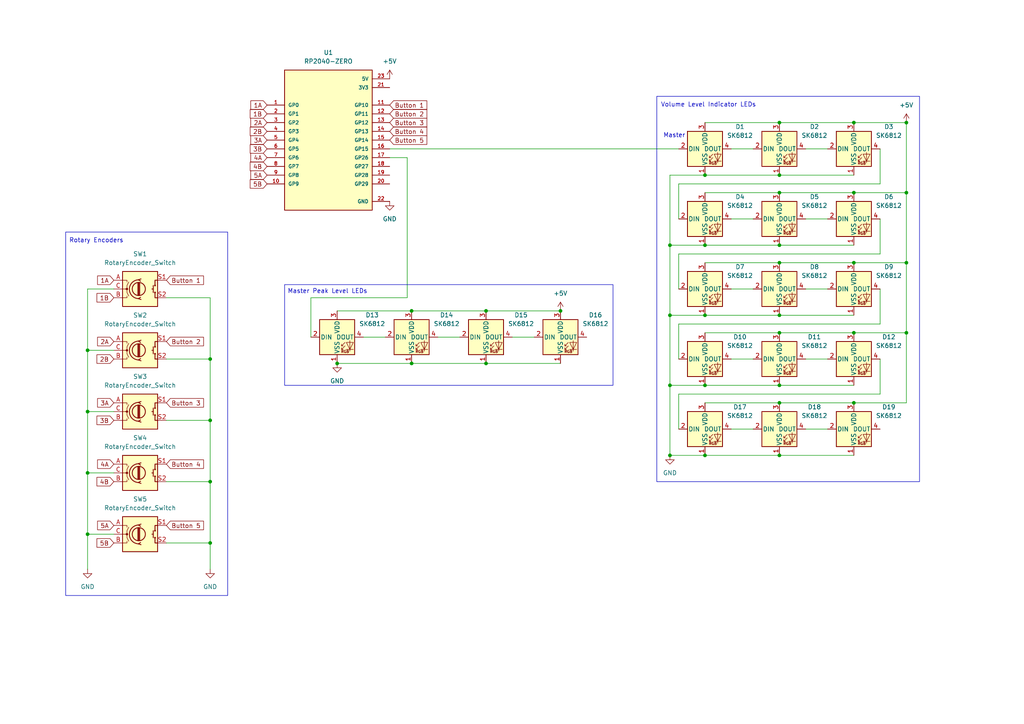
<source format=kicad_sch>
(kicad_sch (version 20250114) (generator "eeschema") (generator_version "9.0")
  (paper "A4")
  (lib_symbols
    (symbol "Device:RotaryEncoder_Switch" (pin_names (offset 0.254) (hide yes))
      (property "Reference" "SW" (at 0 6.604 0))
      (property "Value" "RotaryEncoder_Switch" (at 0 -6.604 0))
      (symbol "RotaryEncoder_Switch_0_1"
        (rectangle (start -5.08 5.08) (end 5.08 -5.08) (stroke (width 0.254)) (fill (type background)))
        (polyline (pts (xy -5.08 2.54) (xy -3.81 2.54) (xy -3.81 2.032)))
        (polyline (pts (xy -5.08 0) (xy -3.81 0) (xy -3.81 -1.016) (xy -3.302 -2.032)))
        (polyline (pts (xy -5.08 -2.54) (xy -3.81 -2.54) (xy -3.81 -2.032)))
        (polyline (pts (xy -4.318 0) (xy -3.81 0) (xy -3.81 1.016) (xy -3.302 2.032)))
        (circle (center -3.81 0) (radius 0.254) (fill (type outline)))
        (polyline (pts (xy -0.635 -1.778) (xy -0.635 1.778)) (stroke (width 0.254)))
        (circle (center -0.381 0) (radius 1.905) (stroke (width 0.254)))
        (polyline (pts (xy -0.381 -1.778) (xy -0.381 1.778)) (stroke (width 0.254)))
        (arc (start -0.381 -2.794) (mid -3.0988 -0.0635) (end -0.381 2.667) (stroke (width 0.254)))
        (polyline (pts (xy -0.127 1.778) (xy -0.127 -1.778)) (stroke (width 0.254)))
        (polyline (pts (xy 0.254 2.921) (xy -0.508 2.667) (xy 0.127 2.286)) (stroke (width 0.254)))
        (polyline (pts (xy 0.254 -3.048) (xy -0.508 -2.794) (xy 0.127 -2.413)) (stroke (width 0.254)))
        (polyline (pts (xy 3.81 1.016) (xy 3.81 -1.016)) (stroke (width 0.254)))
        (polyline (pts (xy 3.81 0) (xy 3.429 0)) (stroke (width 0.254)))
        (circle (center 4.318 1.016) (radius 0.127) (stroke (width 0.254)))
        (circle (center 4.318 -1.016) (radius 0.127) (stroke (width 0.254)))
        (polyline (pts (xy 5.08 2.54) (xy 4.318 2.54) (xy 4.318 1.016)) (stroke (width 0.254)))
        (polyline (pts (xy 5.08 -2.54) (xy 4.318 -2.54) (xy 4.318 -1.016)) (stroke (width 0.254)))
      )
      (symbol "RotaryEncoder_Switch_1_1"
        (pin passive line (at -7.62 2.54 0) (length 2.54) (name "A") (number "A"))
        (pin passive line (at -7.62 0 0) (length 2.54) (name "C") (number "C"))
        (pin passive line (at -7.62 -2.54 0) (length 2.54) (name "B") (number "B"))
        (pin passive line (at 7.62 2.54 180) (length 2.54) (name "S1") (number "S1"))
        (pin passive line (at 7.62 -2.54 180) (length 2.54) (name "S2") (number "S2"))
      )
    )
    (symbol "LED:SK6812" (pin_names (offset 0.254))
      (property "Reference" "D" (at 5.08 5.715 0))
      (property "Value" "SK6812" (at 1.27 -5.715 0))
      (symbol "SK6812_0_0"
        (text "RGB" (at 2.286 -4.191 0) (effects (font (size 0.762 0.762))))
      )
      (symbol "SK6812_0_1"
        (polyline (pts (xy 1.27 -2.54) (xy 1.778 -2.54)))
        (polyline (pts (xy 1.27 -3.556) (xy 1.778 -3.556)))
        (polyline (pts (xy 2.286 -1.524) (xy 1.27 -2.54) (xy 1.27 -2.032)))
        (polyline (pts (xy 2.286 -2.54) (xy 1.27 -3.556) (xy 1.27 -3.048)))
        (polyline (pts (xy 3.683 -1.016) (xy 3.683 -3.556) (xy 3.683 -4.064)))
        (polyline (pts (xy 4.699 -1.524) (xy 2.667 -1.524) (xy 3.683 -3.556) (xy 4.699 -1.524)))
        (polyline (pts (xy 4.699 -3.556) (xy 2.667 -3.556)))
        (rectangle (start 5.08 5.08) (end -5.08 -5.08) (stroke (width 0.254)) (fill (type background)))
      )
      (symbol "SK6812_1_1"
        (pin input line (at -7.62 0 0) (length 2.54) (name "DIN") (number "2"))
        (pin power_in line (at 0 7.62 270) (length 2.54) (name "VDD") (number "3"))
        (pin power_in line (at 0 -7.62 90) (length 2.54) (name "VSS") (number "1"))
        (pin output line (at 7.62 0 180) (length 2.54) (name "DOUT") (number "4"))
      )
    )
    (symbol "RP2040-ZERO:RP2040-ZERO" (pin_names (offset 1.016))
      (property "Reference" "U" (at -12.7 21.082 0))
      (property "Value" "RP2040-ZERO" (at -12.7 -22.86 0))
      (symbol "RP2040-ZERO_0_0"
        (rectangle (start -12.7 -20.32) (end 12.7 20.32) (stroke (width 0.254)) (fill (type background)))
        (pin bidirectional line (at -17.78 10.16 0) (length 5.08) (name "GP0") (number "1"))
        (pin bidirectional line (at -17.78 7.62 0) (length 5.08) (name "GP1") (number "2"))
        (pin bidirectional line (at -17.78 5.08 0) (length 5.08) (name "GP2") (number "3"))
        (pin bidirectional line (at -17.78 2.54 0) (length 5.08) (name "GP3") (number "4"))
        (pin bidirectional line (at -17.78 0 0) (length 5.08) (name "GP4") (number "5"))
        (pin bidirectional line (at -17.78 -2.54 0) (length 5.08) (name "GP5") (number "6"))
        (pin bidirectional line (at -17.78 -5.08 0) (length 5.08) (name "GP6") (number "7"))
        (pin bidirectional line (at -17.78 -7.62 0) (length 5.08) (name "GP7") (number "8"))
        (pin bidirectional line (at -17.78 -10.16 0) (length 5.08) (name "GP8") (number "9"))
        (pin bidirectional line (at -17.78 -12.7 0) (length 5.08) (name "GP9") (number "10"))
        (pin power_in line (at 17.78 17.78 180) (length 5.08) (name "5V") (number "23"))
        (pin power_in line (at 17.78 15.24 180) (length 5.08) (name "3V3") (number "21"))
        (pin bidirectional line (at 17.78 10.16 180) (length 5.08) (name "GP10") (number "11"))
        (pin bidirectional line (at 17.78 7.62 180) (length 5.08) (name "GP11") (number "12"))
        (pin bidirectional line (at 17.78 5.08 180) (length 5.08) (name "GP12") (number "13"))
        (pin bidirectional line (at 17.78 2.54 180) (length 5.08) (name "GP13") (number "14"))
        (pin bidirectional line (at 17.78 0 180) (length 5.08) (name "GP14") (number "15"))
        (pin bidirectional line (at 17.78 -2.54 180) (length 5.08) (name "GP15") (number "16"))
        (pin bidirectional line (at 17.78 -5.08 180) (length 5.08) (name "GP26") (number "17"))
        (pin bidirectional line (at 17.78 -7.62 180) (length 5.08) (name "GP27") (number "18"))
        (pin bidirectional line (at 17.78 -10.16 180) (length 5.08) (name "GP28") (number "19"))
        (pin bidirectional line (at 17.78 -12.7 180) (length 5.08) (name "GP29") (number "20"))
        (pin power_in line (at 17.78 -17.78 180) (length 5.08) (name "GND") (number "22"))
      )
    )
    (symbol "power:+5V" (power) (pin_numbers (hide yes)) (pin_names (offset 0) (hide yes))
      (property "Value" "+5V" (at 0 3.556 0))
      (symbol "+5V_0_1"
        (polyline (pts (xy -0.762 1.27) (xy 0 2.54)))
        (polyline (pts (xy 0 2.54) (xy 0.762 1.27)))
        (polyline (pts (xy 0 0) (xy 0 2.54)))
      )
      (symbol "+5V_1_1"
        (pin power_in line (at 0 0 90) (length 0) (name "~") (number "1"))
      )
    )
    (symbol "power:GND" (power) (pin_numbers (hide yes)) (pin_names (offset 0) (hide yes))
      (property "Value" "GND" (at 0 -3.81 0))
      (symbol "GND_0_1"
        (polyline (pts (xy 0 0) (xy 0 -1.27) (xy 1.27 -1.27) (xy 0 -2.54) (xy -1.27 -1.27) (xy 0 -1.27)))
      )
      (symbol "GND_1_1"
        (pin power_in line (at 0 0 270) (length 0) (name "~") (number "1"))
      )
    )
  )
  (rectangle (start 82.55 82.55) (end 177.8 111.76))
  (rectangle (start 190.5 27.94) (end 266.7 139.7))
  (rectangle (start 19.05 67.31) (end 66.04 172.72))
  (text "Master Peak Level LEDs" (at 94.996 84.582 0) (effects (font (size 1.27 1.27))))
  (text "Rotary Encoders" (at 27.94 69.85 0) (effects (font (size 1.27 1.27))))
  (text "Volume Level Indicator LEDs" (at 205.486 30.48 0) (effects (font (size 1.27 1.27))))
  (text "Master" (at 195.58 39.37 0) (effects (font (size 1.27 1.27))))
  (junction (at 226.06 35.56))
  (junction (at 25.4 154.94))
  (junction (at 262.89 55.88))
  (junction (at 25.4 137.16))
  (junction (at 97.79 105.41))
  (junction (at 60.96 104.14))
  (junction (at 204.47 111.76))
  (junction (at 194.31 111.76))
  (junction (at 226.06 111.76))
  (junction (at 204.47 71.12))
  (junction (at 60.96 157.48))
  (junction (at 119.38 105.41))
  (junction (at 262.89 76.2))
  (junction (at 226.06 96.52))
  (junction (at 119.38 90.17))
  (junction (at 204.47 132.08))
  (junction (at 226.06 71.12))
  (junction (at 226.06 55.88))
  (junction (at 60.96 139.7))
  (junction (at 194.31 132.08))
  (junction (at 140.97 105.41))
  (junction (at 226.06 91.44))
  (junction (at 226.06 76.2))
  (junction (at 194.31 71.12))
  (junction (at 140.97 90.17))
  (junction (at 247.65 76.2))
  (junction (at 204.47 91.44))
  (junction (at 247.65 35.56))
  (junction (at 226.06 116.84))
  (junction (at 262.89 96.52))
  (junction (at 194.31 91.44))
  (junction (at 25.4 119.38))
  (junction (at 204.47 50.8))
  (junction (at 162.56 90.17))
  (junction (at 60.96 121.92))
  (junction (at 262.89 35.56))
  (junction (at 226.06 50.8))
  (junction (at 25.4 101.6))
  (junction (at 226.06 132.08))
  (junction (at 247.65 55.88))
  (junction (at 247.65 96.52))
  (junction (at 247.65 116.84))
  (wire (pts (xy 204.47 55.88) (xy 226.06 55.88)))
  (wire (pts (xy 97.79 105.41) (xy 119.38 105.41)))
  (wire (pts (xy 247.65 35.56) (xy 262.89 35.56)))
  (wire (pts (xy 194.31 71.12) (xy 194.31 91.44)))
  (wire (pts (xy 262.89 55.88) (xy 262.89 76.2)))
  (wire (pts (xy 255.27 114.3) (xy 196.85 114.3)))
  (wire (pts (xy 196.85 93.98) (xy 196.85 104.14)))
  (wire (pts (xy 255.27 83.82) (xy 255.27 93.98)))
  (wire (pts (xy 226.06 50.8) (xy 247.65 50.8)))
  (wire (pts (xy 194.31 91.44) (xy 204.47 91.44)))
  (wire (pts (xy 194.31 91.44) (xy 194.31 111.76)))
  (wire (pts (xy 113.03 43.18) (xy 196.85 43.18)))
  (wire (pts (xy 119.38 90.17) (xy 140.97 90.17)))
  (wire (pts (xy 194.31 132.08) (xy 194.31 111.76)))
  (wire (pts (xy 90.17 86.36) (xy 90.17 97.79)))
  (wire (pts (xy 48.26 139.7) (xy 60.96 139.7)))
  (wire (pts (xy 90.17 86.36) (xy 118.11 86.36)))
  (wire (pts (xy 226.06 116.84) (xy 247.65 116.84)))
  (wire (pts (xy 25.4 137.16) (xy 25.4 154.94)))
  (wire (pts (xy 212.09 63.5) (xy 218.44 63.5)))
  (wire (pts (xy 226.06 91.44) (xy 247.65 91.44)))
  (wire (pts (xy 262.89 76.2) (xy 262.89 96.52)))
  (wire (pts (xy 247.65 76.2) (xy 262.89 76.2)))
  (wire (pts (xy 204.47 50.8) (xy 194.31 50.8)))
  (wire (pts (xy 194.31 71.12) (xy 204.47 71.12)))
  (wire (pts (xy 226.06 111.76) (xy 247.65 111.76)))
  (wire (pts (xy 233.68 63.5) (xy 240.03 63.5)))
  (wire (pts (xy 226.06 96.52) (xy 247.65 96.52)))
  (wire (pts (xy 262.89 116.84) (xy 247.65 116.84)))
  (wire (pts (xy 255.27 73.66) (xy 196.85 73.66)))
  (wire (pts (xy 226.06 55.88) (xy 247.65 55.88)))
  (wire (pts (xy 226.06 132.08) (xy 247.65 132.08)))
  (wire (pts (xy 25.4 101.6) (xy 25.4 119.38)))
  (wire (pts (xy 255.27 63.5) (xy 255.27 73.66)))
  (wire (pts (xy 255.27 43.18) (xy 255.27 53.34)))
  (wire (pts (xy 25.4 154.94) (xy 33.02 154.94)))
  (wire (pts (xy 60.96 104.14) (xy 60.96 86.36)))
  (wire (pts (xy 127 97.79) (xy 133.35 97.79)))
  (wire (pts (xy 48.26 121.92) (xy 60.96 121.92)))
  (wire (pts (xy 119.38 105.41) (xy 140.97 105.41)))
  (wire (pts (xy 204.47 91.44) (xy 226.06 91.44)))
  (wire (pts (xy 233.68 124.46) (xy 240.03 124.46)))
  (wire (pts (xy 25.4 119.38) (xy 33.02 119.38)))
  (wire (pts (xy 255.27 93.98) (xy 196.85 93.98)))
  (wire (pts (xy 226.06 76.2) (xy 247.65 76.2)))
  (wire (pts (xy 140.97 105.41) (xy 162.56 105.41)))
  (wire (pts (xy 48.26 157.48) (xy 60.96 157.48)))
  (wire (pts (xy 25.4 101.6) (xy 33.02 101.6)))
  (wire (pts (xy 204.47 35.56) (xy 226.06 35.56)))
  (wire (pts (xy 48.26 104.14) (xy 60.96 104.14)))
  (wire (pts (xy 262.89 96.52) (xy 247.65 96.52)))
  (wire (pts (xy 204.47 111.76) (xy 226.06 111.76)))
  (wire (pts (xy 194.31 132.08) (xy 204.47 132.08)))
  (wire (pts (xy 60.96 121.92) (xy 60.96 104.14)))
  (wire (pts (xy 204.47 76.2) (xy 226.06 76.2)))
  (wire (pts (xy 140.97 90.17) (xy 162.56 90.17)))
  (wire (pts (xy 255.27 104.14) (xy 255.27 114.3)))
  (wire (pts (xy 48.26 86.36) (xy 60.96 86.36)))
  (wire (pts (xy 60.96 157.48) (xy 60.96 139.7)))
  (wire (pts (xy 233.68 104.14) (xy 240.03 104.14)))
  (wire (pts (xy 25.4 137.16) (xy 33.02 137.16)))
  (wire (pts (xy 105.41 97.79) (xy 111.76 97.79)))
  (wire (pts (xy 226.06 71.12) (xy 247.65 71.12)))
  (wire (pts (xy 194.31 111.76) (xy 204.47 111.76)))
  (wire (pts (xy 196.85 114.3) (xy 196.85 124.46)))
  (wire (pts (xy 196.85 73.66) (xy 196.85 83.82)))
  (wire (pts (xy 194.31 50.8) (xy 194.31 71.12)))
  (wire (pts (xy 212.09 83.82) (xy 218.44 83.82)))
  (wire (pts (xy 25.4 83.82) (xy 25.4 101.6)))
  (wire (pts (xy 118.11 45.72) (xy 113.03 45.72)))
  (wire (pts (xy 212.09 124.46) (xy 218.44 124.46)))
  (wire (pts (xy 255.27 53.34) (xy 196.85 53.34)))
  (wire (pts (xy 204.47 96.52) (xy 226.06 96.52)))
  (wire (pts (xy 212.09 43.18) (xy 218.44 43.18)))
  (wire (pts (xy 60.96 139.7) (xy 60.96 121.92)))
  (wire (pts (xy 233.68 83.82) (xy 240.03 83.82)))
  (wire (pts (xy 262.89 96.52) (xy 262.89 116.84)))
  (wire (pts (xy 25.4 154.94) (xy 25.4 165.1)))
  (wire (pts (xy 247.65 55.88) (xy 262.89 55.88)))
  (wire (pts (xy 97.79 90.17) (xy 119.38 90.17)))
  (wire (pts (xy 212.09 104.14) (xy 218.44 104.14)))
  (wire (pts (xy 204.47 71.12) (xy 226.06 71.12)))
  (wire (pts (xy 204.47 50.8) (xy 226.06 50.8)))
  (wire (pts (xy 25.4 119.38) (xy 25.4 137.16)))
  (wire (pts (xy 60.96 157.48) (xy 60.96 165.1)))
  (wire (pts (xy 118.11 86.36) (xy 118.11 45.72)))
  (wire (pts (xy 148.59 97.79) (xy 154.94 97.79)))
  (wire (pts (xy 204.47 116.84) (xy 226.06 116.84)))
  (wire (pts (xy 262.89 35.56) (xy 262.89 55.88)))
  (wire (pts (xy 204.47 132.08) (xy 226.06 132.08)))
  (wire (pts (xy 226.06 35.56) (xy 247.65 35.56)))
  (wire (pts (xy 196.85 53.34) (xy 196.85 63.5)))
  (wire (pts (xy 33.02 83.82) (xy 25.4 83.82)))
  (wire (pts (xy 233.68 43.18) (xy 240.03 43.18)))
  (global_label "2A" (shape input) (at 33.02 99.06 180) (property "Intersheetrefs" "${INTERSHEET_REFS}" (effects (hide yes))))
  (global_label "Button 2" (shape input) (at 113.03 33.02 0) (property "Intersheetrefs" "${INTERSHEET_REFS}" (effects (hide yes))))
  (global_label "Button 5" (shape input) (at 48.26 152.4 0) (property "Intersheetrefs" "${INTERSHEET_REFS}" (effects (hide yes))))
  (global_label "3B" (shape input) (at 33.02 121.92 180) (property "Intersheetrefs" "${INTERSHEET_REFS}" (effects (hide yes))))
  (global_label "1B" (shape input) (at 77.47 33.02 180) (property "Intersheetrefs" "${INTERSHEET_REFS}" (effects (hide yes))))
  (global_label "4A" (shape input) (at 77.47 45.72 180) (property "Intersheetrefs" "${INTERSHEET_REFS}" (effects (hide yes))))
  (global_label "Button 5" (shape input) (at 113.03 40.64 0) (property "Intersheetrefs" "${INTERSHEET_REFS}" (effects (hide yes))))
  (global_label "1B" (shape input) (at 33.02 86.36 180) (property "Intersheetrefs" "${INTERSHEET_REFS}" (effects (hide yes))))
  (global_label "5A" (shape input) (at 33.02 152.4 180) (property "Intersheetrefs" "${INTERSHEET_REFS}" (effects (hide yes))))
  (global_label "4B" (shape input) (at 77.47 48.26 180) (property "Intersheetrefs" "${INTERSHEET_REFS}" (effects (hide yes))))
  (global_label "3A" (shape input) (at 77.47 40.64 180) (property "Intersheetrefs" "${INTERSHEET_REFS}" (effects (hide yes))))
  (global_label "Button 1" (shape input) (at 113.03 30.48 0) (property "Intersheetrefs" "${INTERSHEET_REFS}" (effects (hide yes))))
  (global_label "Button 4" (shape input) (at 48.26 134.62 0) (property "Intersheetrefs" "${INTERSHEET_REFS}" (effects (hide yes))))
  (global_label "5B" (shape input) (at 77.47 53.34 180) (property "Intersheetrefs" "${INTERSHEET_REFS}" (effects (hide yes))))
  (global_label "2B" (shape input) (at 77.47 38.1 180) (property "Intersheetrefs" "${INTERSHEET_REFS}" (effects (hide yes))))
  (global_label "Button 2" (shape input) (at 48.26 99.06 0) (property "Intersheetrefs" "${INTERSHEET_REFS}" (effects (hide yes))))
  (global_label "1A" (shape input) (at 77.47 30.48 180) (property "Intersheetrefs" "${INTERSHEET_REFS}" (effects (hide yes))))
  (global_label "Button 1" (shape input) (at 48.26 81.28 0) (property "Intersheetrefs" "${INTERSHEET_REFS}" (effects (hide yes))))
  (global_label "Button 3" (shape input) (at 113.03 35.56 0) (property "Intersheetrefs" "${INTERSHEET_REFS}" (effects (hide yes))))
  (global_label "Button 4" (shape input) (at 113.03 38.1 0) (property "Intersheetrefs" "${INTERSHEET_REFS}" (effects (hide yes))))
  (global_label "5A" (shape input) (at 77.47 50.8 180) (property "Intersheetrefs" "${INTERSHEET_REFS}" (effects (hide yes))))
  (global_label "5B" (shape input) (at 33.02 157.48 180) (property "Intersheetrefs" "${INTERSHEET_REFS}" (effects (hide yes))))
  (global_label "2A" (shape input) (at 77.47 35.56 180) (property "Intersheetrefs" "${INTERSHEET_REFS}" (effects (hide yes))))
  (global_label "3B" (shape input) (at 77.47 43.18 180) (property "Intersheetrefs" "${INTERSHEET_REFS}" (effects (hide yes))))
  (global_label "4A" (shape input) (at 33.02 134.62 180) (property "Intersheetrefs" "${INTERSHEET_REFS}" (effects (hide yes))))
  (global_label "4B" (shape input) (at 33.02 139.7 180) (property "Intersheetrefs" "${INTERSHEET_REFS}" (effects (hide yes))))
  (global_label "2B" (shape input) (at 33.02 104.14 180) (property "Intersheetrefs" "${INTERSHEET_REFS}" (effects (hide yes))))
  (global_label "1A" (shape input) (at 33.02 81.28 180) (property "Intersheetrefs" "${INTERSHEET_REFS}" (effects (hide yes))))
  (global_label "Button 3" (shape input) (at 48.26 116.84 0) (property "Intersheetrefs" "${INTERSHEET_REFS}" (effects (hide yes))))
  (global_label "3A" (shape input) (at 33.02 116.84 180) (property "Intersheetrefs" "${INTERSHEET_REFS}" (effects (hide yes))))
  (symbol (lib_id "LED:SK6812") (at 247.65 124.46 0) (unit 1)
    (property "Reference" "D19" (at 257.81 118.0398 0))
    (property "Value" "SK6812" (at 257.81 120.5798 0))
    (property "Footprint" "LED_SMD:LED_SK6812_PLCC4_5.0x5.0mm_P3.2mm" (effects (hide yes)))
    (property "Datasheet" "https://cdn-shop.adafruit.com/product-files/1138/SK6812+LED+datasheet+.pdf" (effects (hide yes)))
    (property "Description" "RGB LED with integrated controller" (effects (hide yes)))
  )
  (symbol (lib_id "power:GND") (at 25.4 165.1 0) (unit 1)
    (property "Reference" "#PWR02" (effects (hide yes)))
    (property "Value" "GND" (at 25.4 170.18 0))
    (property "Description" "Power symbol creates a global label with name \"GND\" , ground" (effects (hide yes)))
  )
  (symbol (lib_id "LED:SK6812") (at 119.38 97.79 0) (unit 1)
    (property "Reference" "D14" (at 129.54 91.3698 0))
    (property "Value" "SK6812" (at 129.54 93.9098 0))
    (property "Footprint" "LED_SMD:LED_SK6812_PLCC4_5.0x5.0mm_P3.2mm" (effects (hide yes)))
    (property "Datasheet" "https://cdn-shop.adafruit.com/product-files/1138/SK6812+LED+datasheet+.pdf" (effects (hide yes)))
    (property "Description" "RGB LED with integrated controller" (effects (hide yes)))
  )
  (symbol (lib_id "LED:SK6812") (at 204.47 104.14 0) (unit 1)
    (property "Reference" "D10" (at 214.63 97.7198 0))
    (property "Value" "SK6812" (at 214.63 100.2598 0))
    (property "Footprint" "LED_SMD:LED_SK6812_PLCC4_5.0x5.0mm_P3.2mm" (effects (hide yes)))
    (property "Datasheet" "https://cdn-shop.adafruit.com/product-files/1138/SK6812+LED+datasheet+.pdf" (effects (hide yes)))
    (property "Description" "RGB LED with integrated controller" (effects (hide yes)))
  )
  (symbol (lib_id "LED:SK6812") (at 247.65 83.82 0) (unit 1)
    (property "Reference" "D9" (at 257.81 77.3998 0))
    (property "Value" "SK6812" (at 257.81 79.9398 0))
    (property "Footprint" "LED_SMD:LED_SK6812_PLCC4_5.0x5.0mm_P3.2mm" (effects (hide yes)))
    (property "Datasheet" "https://cdn-shop.adafruit.com/product-files/1138/SK6812+LED+datasheet+.pdf" (effects (hide yes)))
    (property "Description" "RGB LED with integrated controller" (effects (hide yes)))
  )
  (symbol (lib_id "LED:SK6812") (at 204.47 83.82 0) (unit 1)
    (property "Reference" "D7" (at 214.63 77.3998 0))
    (property "Value" "SK6812" (at 214.63 79.9398 0))
    (property "Footprint" "LED_SMD:LED_SK6812_PLCC4_5.0x5.0mm_P3.2mm" (effects (hide yes)))
    (property "Datasheet" "https://cdn-shop.adafruit.com/product-files/1138/SK6812+LED+datasheet+.pdf" (effects (hide yes)))
    (property "Description" "RGB LED with integrated controller" (effects (hide yes)))
  )
  (symbol (lib_id "LED:SK6812") (at 247.65 43.18 0) (unit 1)
    (property "Reference" "D3" (at 257.81 36.7598 0))
    (property "Value" "SK6812" (at 257.81 39.2998 0))
    (property "Footprint" "LED_SMD:LED_SK6812_PLCC4_5.0x5.0mm_P3.2mm" (effects (hide yes)))
    (property "Datasheet" "https://cdn-shop.adafruit.com/product-files/1138/SK6812+LED+datasheet+.pdf" (effects (hide yes)))
    (property "Description" "RGB LED with integrated controller" (effects (hide yes)))
  )
  (symbol (lib_id "Device:RotaryEncoder_Switch") (at 40.64 83.82 0) (unit 1)
    (property "Reference" "SW1" (at 40.64 73.66 0))
    (property "Value" "RotaryEncoder_Switch" (at 40.64 76.2 0))
    (property "Footprint" "Rotary_Encoder:RotaryEncoder_Bourns_Vertical_PEC12R-3x17F-Sxxxx" (effects (hide yes)))
    (property "Description" "Rotary encoder, dual channel, incremental quadrate outputs, with switch" (effects (hide yes)))
  )
  (symbol (lib_id "LED:SK6812") (at 226.06 43.18 0) (unit 1)
    (property "Reference" "D2" (at 236.22 36.7598 0))
    (property "Value" "SK6812" (at 236.22 39.2998 0))
    (property "Footprint" "LED_SMD:LED_SK6812_PLCC4_5.0x5.0mm_P3.2mm" (effects (hide yes)))
    (property "Datasheet" "https://cdn-shop.adafruit.com/product-files/1138/SK6812+LED+datasheet+.pdf" (effects (hide yes)))
    (property "Description" "RGB LED with integrated controller" (effects (hide yes)))
  )
  (symbol (lib_id "LED:SK6812") (at 162.56 97.79 0) (unit 1)
    (property "Reference" "D16" (at 172.72 91.3698 0))
    (property "Value" "SK6812" (at 172.72 93.9098 0))
    (property "Footprint" "LED_SMD:LED_SK6812_PLCC4_5.0x5.0mm_P3.2mm" (effects (hide yes)))
    (property "Datasheet" "https://cdn-shop.adafruit.com/product-files/1138/SK6812+LED+datasheet+.pdf" (effects (hide yes)))
    (property "Description" "RGB LED with integrated controller" (effects (hide yes)))
  )
  (symbol (lib_id "LED:SK6812") (at 226.06 124.46 0) (unit 1)
    (property "Reference" "D18" (at 236.22 118.0398 0))
    (property "Value" "SK6812" (at 236.22 120.5798 0))
    (property "Footprint" "LED_SMD:LED_SK6812_PLCC4_5.0x5.0mm_P3.2mm" (effects (hide yes)))
    (property "Datasheet" "https://cdn-shop.adafruit.com/product-files/1138/SK6812+LED+datasheet+.pdf" (effects (hide yes)))
    (property "Description" "RGB LED with integrated controller" (effects (hide yes)))
  )
  (symbol (lib_id "LED:SK6812") (at 140.97 97.79 0) (unit 1)
    (property "Reference" "D15" (at 151.13 91.3698 0))
    (property "Value" "SK6812" (at 151.13 93.9098 0))
    (property "Footprint" "LED_SMD:LED_SK6812_PLCC4_5.0x5.0mm_P3.2mm" (effects (hide yes)))
    (property "Datasheet" "https://cdn-shop.adafruit.com/product-files/1138/SK6812+LED+datasheet+.pdf" (effects (hide yes)))
    (property "Description" "RGB LED with integrated controller" (effects (hide yes)))
  )
  (symbol (lib_id "LED:SK6812") (at 247.65 104.14 0) (unit 1)
    (property "Reference" "D12" (at 257.81 97.7198 0))
    (property "Value" "SK6812" (at 257.81 100.2598 0))
    (property "Footprint" "LED_SMD:LED_SK6812_PLCC4_5.0x5.0mm_P3.2mm" (effects (hide yes)))
    (property "Datasheet" "https://cdn-shop.adafruit.com/product-files/1138/SK6812+LED+datasheet+.pdf" (effects (hide yes)))
    (property "Description" "RGB LED with integrated controller" (effects (hide yes)))
  )
  (symbol (lib_id "LED:SK6812") (at 226.06 83.82 0) (unit 1)
    (property "Reference" "D8" (at 236.22 77.3998 0))
    (property "Value" "SK6812" (at 236.22 79.9398 0))
    (property "Footprint" "LED_SMD:LED_SK6812_PLCC4_5.0x5.0mm_P3.2mm" (effects (hide yes)))
    (property "Datasheet" "https://cdn-shop.adafruit.com/product-files/1138/SK6812+LED+datasheet+.pdf" (effects (hide yes)))
    (property "Description" "RGB LED with integrated controller" (effects (hide yes)))
  )
  (symbol (lib_id "Device:RotaryEncoder_Switch") (at 40.64 154.94 0) (unit 1)
    (property "Reference" "SW5" (at 40.64 144.78 0))
    (property "Value" "RotaryEncoder_Switch" (at 40.64 147.32 0))
    (property "Footprint" "Rotary_Encoder:RotaryEncoder_Bourns_Vertical_PEC12R-3x17F-Sxxxx" (effects (hide yes)))
    (property "Description" "Rotary encoder, dual channel, incremental quadrate outputs, with switch" (effects (hide yes)))
  )
  (symbol (lib_id "power:GND") (at 194.31 132.08 0) (unit 1)
    (property "Reference" "#PWR09" (effects (hide yes)))
    (property "Value" "GND" (at 194.31 137.16 0))
    (property "Description" "Power symbol creates a global label with name \"GND\" , ground" (effects (hide yes)))
  )
  (symbol (lib_id "LED:SK6812") (at 204.47 124.46 0) (unit 1)
    (property "Reference" "D17" (at 214.63 118.0398 0))
    (property "Value" "SK6812" (at 214.63 120.5798 0))
    (property "Footprint" "LED_SMD:LED_SK6812_PLCC4_5.0x5.0mm_P3.2mm" (effects (hide yes)))
    (property "Datasheet" "https://cdn-shop.adafruit.com/product-files/1138/SK6812+LED+datasheet+.pdf" (effects (hide yes)))
    (property "Description" "RGB LED with integrated controller" (effects (hide yes)))
  )
  (symbol (lib_id "LED:SK6812") (at 97.79 97.79 0) (unit 1)
    (property "Reference" "D13" (at 107.95 91.3698 0))
    (property "Value" "SK6812" (at 107.95 93.9098 0))
    (property "Footprint" "LED_SMD:LED_SK6812_PLCC4_5.0x5.0mm_P3.2mm" (effects (hide yes)))
    (property "Datasheet" "https://cdn-shop.adafruit.com/product-files/1138/SK6812+LED+datasheet+.pdf" (effects (hide yes)))
    (property "Description" "RGB LED with integrated controller" (effects (hide yes)))
  )
  (symbol (lib_id "LED:SK6812") (at 226.06 63.5 0) (unit 1)
    (property "Reference" "D5" (at 236.22 57.0798 0))
    (property "Value" "SK6812" (at 236.22 59.6198 0))
    (property "Footprint" "LED_SMD:LED_SK6812_PLCC4_5.0x5.0mm_P3.2mm" (effects (hide yes)))
    (property "Datasheet" "https://cdn-shop.adafruit.com/product-files/1138/SK6812+LED+datasheet+.pdf" (effects (hide yes)))
    (property "Description" "RGB LED with integrated controller" (effects (hide yes)))
  )
  (symbol (lib_id "power:GND") (at 113.03 58.42 0) (unit 1)
    (property "Reference" "#PWR01" (effects (hide yes)))
    (property "Value" "GND" (at 113.03 63.5 0))
    (property "Description" "Power symbol creates a global label with name \"GND\" , ground" (effects (hide yes)))
  )
  (symbol (lib_id "power:GND") (at 60.96 165.1 0) (unit 1)
    (property "Reference" "#PWR03" (effects (hide yes)))
    (property "Value" "GND" (at 60.96 170.18 0))
    (property "Description" "Power symbol creates a global label with name \"GND\" , ground" (effects (hide yes)))
  )
  (symbol (lib_id "Device:RotaryEncoder_Switch") (at 40.64 119.38 0) (unit 1)
    (property "Reference" "SW3" (at 40.64 109.22 0))
    (property "Value" "RotaryEncoder_Switch" (at 40.64 111.76 0))
    (property "Footprint" "Rotary_Encoder:RotaryEncoder_Bourns_Vertical_PEC12R-3x17F-Sxxxx" (effects (hide yes)))
    (property "Description" "Rotary encoder, dual channel, incremental quadrate outputs, with switch" (effects (hide yes)))
  )
  (symbol (lib_id "LED:SK6812") (at 247.65 63.5 0) (unit 1)
    (property "Reference" "D6" (at 257.81 57.0798 0))
    (property "Value" "SK6812" (at 257.81 59.6198 0))
    (property "Footprint" "LED_SMD:LED_SK6812_PLCC4_5.0x5.0mm_P3.2mm" (effects (hide yes)))
    (property "Datasheet" "https://cdn-shop.adafruit.com/product-files/1138/SK6812+LED+datasheet+.pdf" (effects (hide yes)))
    (property "Description" "RGB LED with integrated controller" (effects (hide yes)))
  )
  (symbol (lib_id "LED:SK6812") (at 226.06 104.14 0) (unit 1)
    (property "Reference" "D11" (at 236.22 97.7198 0))
    (property "Value" "SK6812" (at 236.22 100.2598 0))
    (property "Footprint" "LED_SMD:LED_SK6812_PLCC4_5.0x5.0mm_P3.2mm" (effects (hide yes)))
    (property "Datasheet" "https://cdn-shop.adafruit.com/product-files/1138/SK6812+LED+datasheet+.pdf" (effects (hide yes)))
    (property "Description" "RGB LED with integrated controller" (effects (hide yes)))
  )
  (symbol (lib_id "Device:RotaryEncoder_Switch") (at 40.64 137.16 0) (unit 1)
    (property "Reference" "SW4" (at 40.64 127 0))
    (property "Value" "RotaryEncoder_Switch" (at 40.64 129.54 0))
    (property "Footprint" "Rotary_Encoder:RotaryEncoder_Bourns_Vertical_PEC12R-3x17F-Sxxxx" (effects (hide yes)))
    (property "Description" "Rotary encoder, dual channel, incremental quadrate outputs, with switch" (effects (hide yes)))
  )
  (symbol (lib_id "Device:RotaryEncoder_Switch") (at 40.64 101.6 0) (unit 1)
    (property "Reference" "SW2" (at 40.64 91.44 0))
    (property "Value" "RotaryEncoder_Switch" (at 40.64 93.98 0))
    (property "Footprint" "Rotary_Encoder:RotaryEncoder_Bourns_Vertical_PEC12R-3x17F-Sxxxx" (effects (hide yes)))
    (property "Description" "Rotary encoder, dual channel, incremental quadrate outputs, with switch" (effects (hide yes)))
  )
  (symbol (lib_id "LED:SK6812") (at 204.47 43.18 0) (unit 1)
    (property "Reference" "D1" (at 214.63 36.7598 0))
    (property "Value" "SK6812" (at 214.63 39.2998 0))
    (property "Footprint" "LED_SMD:LED_SK6812_PLCC4_5.0x5.0mm_P3.2mm" (effects (hide yes)))
    (property "Datasheet" "https://cdn-shop.adafruit.com/product-files/1138/SK6812+LED+datasheet+.pdf" (effects (hide yes)))
    (property "Description" "RGB LED with integrated controller" (effects (hide yes)))
  )
  (symbol (lib_id "RP2040-ZERO:RP2040-ZERO") (at 95.25 40.64 0) (unit 1)
    (property "Reference" "U1" (at 95.25 15.24 0))
    (property "Value" "RP2040-ZERO" (at 95.25 17.78 0))
    (property "Footprint" "RP2040-ZERO:MODULE_RP2040-ZERO" (effects (hide yes)))
    (property "MF" "Waveshare Electronics" (effects (hide yes)))
    (property "MAXIMUM_PACKAGE_HEIGHT" "5.35mm" (effects (hide yes)))
    (property "Package" "Package" (effects (hide yes)))
    (property "Price" "None" (effects (hide yes)))
    (property "Check_prices" "https://www.snapeda.com/parts/RP2040-ZERO/Waveshare+Electronics/view-part/?ref=eda" (effects (hide yes)))
    (property "STANDARD" "Manufacturer Recommendations" (effects (hide yes)))
    (property "PARTREV" "NA" (effects (hide yes)))
    (property "SnapEDA_Link" "https://www.snapeda.com/parts/RP2040-ZERO/Waveshare+Electronics/view-part/?ref=snap" (effects (hide yes)))
    (property "MP" "RP2040-ZERO" (effects (hide yes)))
    (property "Description_1" "Low-Cost, High-Performance Pico-Like MCU Board Based On Raspberry Pi Microcontroller RP2040" (effects (hide yes)))
    (property "Availability" "Not in stock" (effects (hide yes)))
    (property "MANUFACTURER" "Waveshare" (effects (hide yes)))
  )
  (symbol (lib_id "power:+5V") (at 162.56 90.17 0) (unit 1)
    (property "Reference" "#PWR010" (effects (hide yes)))
    (property "Value" "+5V" (at 162.56 85.09 0))
    (property "Description" "Power symbol creates a global label with name \"+5V\"" (effects (hide yes)))
  )
  (symbol (lib_id "power:+5V") (at 113.03 22.86 0) (unit 1)
    (property "Reference" "#PWR08" (effects (hide yes)))
    (property "Value" "+5V" (at 113.03 17.78 0))
    (property "Description" "Power symbol creates a global label with name \"+5V\"" (effects (hide yes)))
  )
  (symbol (lib_id "power:+5V") (at 262.89 35.56 0) (unit 1)
    (property "Reference" "#PWR07" (effects (hide yes)))
    (property "Value" "+5V" (at 262.89 30.48 0))
    (property "Description" "Power symbol creates a global label with name \"+5V\"" (effects (hide yes)))
  )
  (symbol (lib_id "LED:SK6812") (at 204.47 63.5 0) (unit 1)
    (property "Reference" "D4" (at 214.63 57.0798 0))
    (property "Value" "SK6812" (at 214.63 59.6198 0))
    (property "Footprint" "LED_SMD:LED_SK6812_PLCC4_5.0x5.0mm_P3.2mm" (effects (hide yes)))
    (property "Datasheet" "https://cdn-shop.adafruit.com/product-files/1138/SK6812+LED+datasheet+.pdf" (effects (hide yes)))
    (property "Description" "RGB LED with integrated controller" (effects (hide yes)))
  )
  (symbol (lib_id "power:GND") (at 97.79 105.41 0) (unit 1)
    (property "Reference" "#PWR011" (effects (hide yes)))
    (property "Value" "GND" (at 97.79 110.49 0))
    (property "Description" "Power symbol creates a global label with name \"GND\" , ground" (effects (hide yes)))
  )
)
</source>
